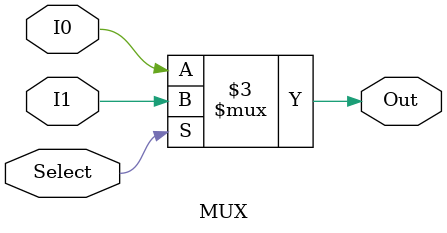
<source format=v>
`timescale 1ns / 1ps


module MUX(input I0, input I1, input Select, output reg Out);
always @(I0,I1,Select,Out)
begin
  if(Select) begin
    Out<=I1;
  end else begin
    Out<=I0;
  end
end
endmodule

</source>
